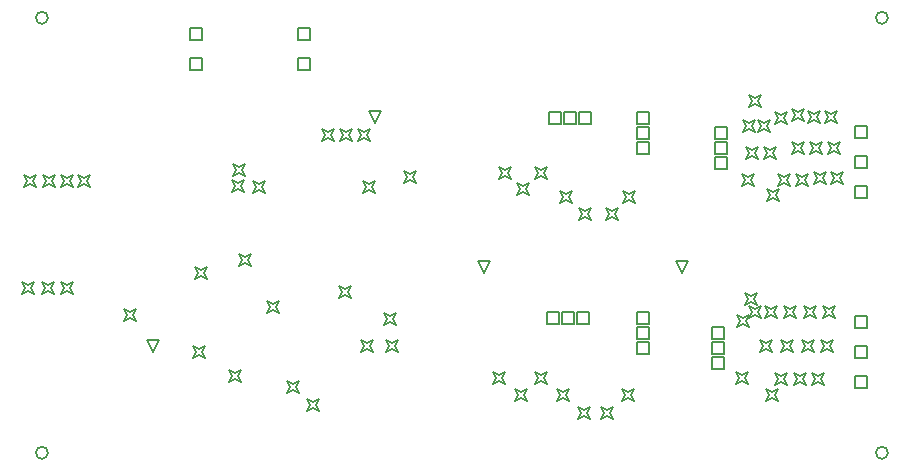
<source format=gbr>
%TF.GenerationSoftware,Altium Limited,Altium Designer,22.7.1 (60)*%
G04 Layer_Color=2752767*
%FSLAX45Y45*%
%MOMM*%
%TF.SameCoordinates,8DF05635-03F1-411C-9BC5-7CD19558B576*%
%TF.FilePolarity,Positive*%
%TF.FileFunction,Drawing*%
%TF.Part,Single*%
G01*
G75*
%TA.AperFunction,NonConductor*%
%ADD28C,0.12700*%
%ADD56C,0.16933*%
D28*
X9677400Y5461000D02*
Y5562600D01*
X9779000D01*
Y5461000D01*
X9677400D01*
Y5207000D02*
Y5308600D01*
X9779000D01*
Y5207000D01*
X9677400D01*
Y4953000D02*
Y5054600D01*
X9779000D01*
Y4953000D01*
X9677400D01*
Y3848100D02*
Y3949700D01*
X9779000D01*
Y3848100D01*
X9677400D01*
Y3594100D02*
Y3695700D01*
X9779000D01*
Y3594100D01*
X9677400D01*
Y3340100D02*
Y3441700D01*
X9779000D01*
Y3340100D01*
X9677400D01*
X8488826Y5194300D02*
Y5295900D01*
X8590426D01*
Y5194300D01*
X8488826D01*
Y5321300D02*
Y5422900D01*
X8590426D01*
Y5321300D01*
X8488826D01*
Y5448300D02*
Y5549900D01*
X8590426D01*
Y5448300D01*
X8488826D01*
X8470900Y3505200D02*
Y3606800D01*
X8572500D01*
Y3505200D01*
X8470900D01*
Y3632200D02*
Y3733800D01*
X8572500D01*
Y3632200D01*
X8470900D01*
Y3759200D02*
Y3860800D01*
X8572500D01*
Y3759200D01*
X8470900D01*
X7073900Y3886200D02*
Y3987800D01*
X7175500D01*
Y3886200D01*
X7073900D01*
X7200900D02*
Y3987800D01*
X7302500D01*
Y3886200D01*
X7200900D01*
X7327900D02*
Y3987800D01*
X7429500D01*
Y3886200D01*
X7327900D01*
X7835900Y3632200D02*
Y3733800D01*
X7937500D01*
Y3632200D01*
X7835900D01*
Y3759200D02*
Y3860800D01*
X7937500D01*
Y3759200D01*
X7835900D01*
Y3886200D02*
Y3987800D01*
X7937500D01*
Y3886200D01*
X7835900D01*
X7340600Y5575300D02*
Y5676900D01*
X7442200D01*
Y5575300D01*
X7340600D01*
X7213600D02*
Y5676900D01*
X7315200D01*
Y5575300D01*
X7213600D01*
X7086600D02*
Y5676900D01*
X7188200D01*
Y5575300D01*
X7086600D01*
X7835900Y5321300D02*
Y5422900D01*
X7937500D01*
Y5321300D01*
X7835900D01*
Y5448300D02*
Y5549900D01*
X7937500D01*
Y5448300D01*
X7835900D01*
Y5575300D02*
Y5676900D01*
X7937500D01*
Y5575300D01*
X7835900D01*
X4965700Y6032500D02*
Y6134100D01*
X5067300D01*
Y6032500D01*
X4965700D01*
Y6286500D02*
Y6388100D01*
X5067300D01*
Y6286500D01*
X4965700D01*
X4051300Y6032500D02*
Y6134100D01*
X4152900D01*
Y6032500D01*
X4051300D01*
Y6286500D02*
Y6388100D01*
X4152900D01*
Y6286500D01*
X4051300D01*
X3733800Y3644900D02*
X3683000Y3746500D01*
X3784600D01*
X3733800Y3644900D01*
X4465181Y4377060D02*
X4490581Y4427860D01*
X4465181Y4478660D01*
X4515981Y4453260D01*
X4566781Y4478660D01*
X4541381Y4427860D01*
X4566781Y4377060D01*
X4515981Y4402460D01*
X4465181Y4377060D01*
X4414381Y5139060D02*
X4439781Y5189860D01*
X4414381Y5240660D01*
X4465181Y5215260D01*
X4515981Y5240660D01*
X4490581Y5189860D01*
X4515981Y5139060D01*
X4465181Y5164460D01*
X4414381Y5139060D01*
X9474200Y5067300D02*
X9499600Y5118100D01*
X9474200Y5168900D01*
X9525000Y5143500D01*
X9575800Y5168900D01*
X9550400Y5118100D01*
X9575800Y5067300D01*
X9525000Y5092700D01*
X9474200Y5067300D01*
X8720060Y5055311D02*
X8745460Y5106111D01*
X8720060Y5156911D01*
X8770860Y5131511D01*
X8821660Y5156911D01*
X8796260Y5106111D01*
X8821660Y5055311D01*
X8770860Y5080711D01*
X8720060Y5055311D01*
X9334500Y5067300D02*
X9359900Y5118100D01*
X9334500Y5168900D01*
X9385300Y5143500D01*
X9436100Y5168900D01*
X9410700Y5118100D01*
X9436100Y5067300D01*
X9385300Y5092700D01*
X9334500Y5067300D01*
X9177260Y5055311D02*
X9202660Y5106111D01*
X9177260Y5156911D01*
X9228060Y5131511D01*
X9278860Y5156911D01*
X9253460Y5106111D01*
X9278860Y5055311D01*
X9228060Y5080711D01*
X9177260Y5055311D01*
X9024860D02*
X9050260Y5106111D01*
X9024860Y5156911D01*
X9075660Y5131511D01*
X9126460Y5156911D01*
X9101060Y5106111D01*
X9126460Y5055311D01*
X9075660Y5080711D01*
X9024860Y5055311D01*
X9448800Y5321300D02*
X9474200Y5372100D01*
X9448800Y5422900D01*
X9499600Y5397500D01*
X9550400Y5422900D01*
X9525000Y5372100D01*
X9550400Y5321300D01*
X9499600Y5346700D01*
X9448800Y5321300D01*
X9296400D02*
X9321800Y5372100D01*
X9296400Y5422900D01*
X9347200Y5397500D01*
X9398000Y5422900D01*
X9372600Y5372100D01*
X9398000Y5321300D01*
X9347200Y5346700D01*
X9296400Y5321300D01*
X9144000D02*
X9169400Y5372100D01*
X9144000Y5422900D01*
X9194800Y5397500D01*
X9245600Y5422900D01*
X9220200Y5372100D01*
X9245600Y5321300D01*
X9194800Y5346700D01*
X9144000Y5321300D01*
X8910560Y5283911D02*
X8935960Y5334711D01*
X8910560Y5385511D01*
X8961360Y5360111D01*
X9012160Y5385511D01*
X8986760Y5334711D01*
X9012160Y5283911D01*
X8961360Y5309311D01*
X8910560Y5283911D01*
X8758160D02*
X8783560Y5334711D01*
X8758160Y5385511D01*
X8808960Y5360111D01*
X8859760Y5385511D01*
X8834360Y5334711D01*
X8859760Y5283911D01*
X8808960Y5309311D01*
X8758160Y5283911D01*
X9423400Y5588000D02*
X9448800Y5638800D01*
X9423400Y5689600D01*
X9474200Y5664200D01*
X9525000Y5689600D01*
X9499600Y5638800D01*
X9525000Y5588000D01*
X9474200Y5613400D01*
X9423400Y5588000D01*
X9283700D02*
X9309100Y5638800D01*
X9283700Y5689600D01*
X9334500Y5664200D01*
X9385300Y5689600D01*
X9359900Y5638800D01*
X9385300Y5588000D01*
X9334500Y5613400D01*
X9283700Y5588000D01*
X9144000Y5600700D02*
X9169400Y5651500D01*
X9144000Y5702300D01*
X9194800Y5676900D01*
X9245600Y5702300D01*
X9220200Y5651500D01*
X9245600Y5600700D01*
X9194800Y5626100D01*
X9144000Y5600700D01*
X9004300Y5575300D02*
X9029700Y5626100D01*
X9004300Y5676900D01*
X9055100Y5651500D01*
X9105900Y5676900D01*
X9080500Y5626100D01*
X9105900Y5575300D01*
X9055100Y5600700D01*
X9004300Y5575300D01*
X8859760Y5512511D02*
X8885160Y5563311D01*
X8859760Y5614111D01*
X8910560Y5588711D01*
X8961360Y5614111D01*
X8935960Y5563311D01*
X8961360Y5512511D01*
X8910560Y5537911D01*
X8859760Y5512511D01*
X8732760D02*
X8758160Y5563311D01*
X8732760Y5614111D01*
X8783560Y5588711D01*
X8834360Y5614111D01*
X8808960Y5563311D01*
X8834360Y5512511D01*
X8783560Y5537911D01*
X8732760Y5512511D01*
X8669260Y3378911D02*
X8694660Y3429711D01*
X8669260Y3480511D01*
X8720060Y3455111D01*
X8770860Y3480511D01*
X8745460Y3429711D01*
X8770860Y3378911D01*
X8720060Y3404311D01*
X8669260Y3378911D01*
X8783560Y3937711D02*
X8808960Y3988511D01*
X8783560Y4039311D01*
X8834360Y4013911D01*
X8885160Y4039311D01*
X8859760Y3988511D01*
X8885160Y3937711D01*
X8834360Y3963111D01*
X8783560Y3937711D01*
X8681960Y3861511D02*
X8707360Y3912311D01*
X8681960Y3963111D01*
X8732760Y3937711D01*
X8783560Y3963111D01*
X8758160Y3912311D01*
X8783560Y3861511D01*
X8732760Y3886911D01*
X8681960Y3861511D01*
X9316960Y3366211D02*
X9342360Y3417011D01*
X9316960Y3467811D01*
X9367760Y3442411D01*
X9418560Y3467811D01*
X9393160Y3417011D01*
X9418560Y3366211D01*
X9367760Y3391611D01*
X9316960Y3366211D01*
X9164560D02*
X9189960Y3417011D01*
X9164560Y3467811D01*
X9215360Y3442411D01*
X9266160Y3467811D01*
X9240760Y3417011D01*
X9266160Y3366211D01*
X9215360Y3391611D01*
X9164560Y3366211D01*
X8999460D02*
X9024860Y3417011D01*
X8999460Y3467811D01*
X9050260Y3442411D01*
X9101060Y3467811D01*
X9075660Y3417011D01*
X9101060Y3366211D01*
X9050260Y3391611D01*
X8999460Y3366211D01*
X9245600Y3937000D02*
X9271000Y3987800D01*
X9245600Y4038600D01*
X9296400Y4013200D01*
X9347200Y4038600D01*
X9321800Y3987800D01*
X9347200Y3937000D01*
X9296400Y3962400D01*
X9245600Y3937000D01*
X9393160Y3645611D02*
X9418560Y3696411D01*
X9393160Y3747211D01*
X9443960Y3721811D01*
X9494760Y3747211D01*
X9469360Y3696411D01*
X9494760Y3645611D01*
X9443960Y3671011D01*
X9393160Y3645611D01*
X9228060D02*
X9253460Y3696411D01*
X9228060Y3747211D01*
X9278860Y3721811D01*
X9329660Y3747211D01*
X9304260Y3696411D01*
X9329660Y3645611D01*
X9278860Y3671011D01*
X9228060Y3645611D01*
X9050260D02*
X9075660Y3696411D01*
X9050260Y3747211D01*
X9101060Y3721811D01*
X9151860Y3747211D01*
X9126460Y3696411D01*
X9151860Y3645611D01*
X9101060Y3671011D01*
X9050260Y3645611D01*
X8872460D02*
X8897860Y3696411D01*
X8872460Y3747211D01*
X8923260Y3721811D01*
X8974060Y3747211D01*
X8948660Y3696411D01*
X8974060Y3645611D01*
X8923260Y3671011D01*
X8872460Y3645611D01*
X9410700Y3937000D02*
X9436100Y3987800D01*
X9410700Y4038600D01*
X9461500Y4013200D01*
X9512300Y4038600D01*
X9486900Y3987800D01*
X9512300Y3937000D01*
X9461500Y3962400D01*
X9410700Y3937000D01*
X9080500D02*
X9105900Y3987800D01*
X9080500Y4038600D01*
X9131300Y4013200D01*
X9182100Y4038600D01*
X9156700Y3987800D01*
X9182100Y3937000D01*
X9131300Y3962400D01*
X9080500Y3937000D01*
X3492800Y3911600D02*
X3518200Y3962400D01*
X3492800Y4013200D01*
X3543600Y3987800D01*
X3594400Y4013200D01*
X3569000Y3962400D01*
X3594400Y3911600D01*
X3543600Y3937000D01*
X3492800Y3911600D01*
X8783644Y5725496D02*
X8809044Y5776296D01*
X8783644Y5827096D01*
X8834444Y5801696D01*
X8885244Y5827096D01*
X8859844Y5776296D01*
X8885244Y5725496D01*
X8834444Y5750896D01*
X8783644Y5725496D01*
X6967544Y3375996D02*
X6992944Y3426796D01*
X6967544Y3477596D01*
X7018344Y3452196D01*
X7069144Y3477596D01*
X7043744Y3426796D01*
X7069144Y3375996D01*
X7018344Y3401396D01*
X6967544Y3375996D01*
X6611944D02*
X6637344Y3426796D01*
X6611944Y3477596D01*
X6662744Y3452196D01*
X6713544Y3477596D01*
X6688144Y3426796D01*
X6713544Y3375996D01*
X6662744Y3401396D01*
X6611944Y3375996D01*
X6802444Y3236296D02*
X6827844Y3287096D01*
X6802444Y3337896D01*
X6853244Y3312496D01*
X6904044Y3337896D01*
X6878644Y3287096D01*
X6904044Y3236296D01*
X6853244Y3261696D01*
X6802444Y3236296D01*
X7704144D02*
X7729544Y3287096D01*
X7704144Y3337896D01*
X7754944Y3312496D01*
X7805744Y3337896D01*
X7780344Y3287096D01*
X7805744Y3236296D01*
X7754944Y3261696D01*
X7704144Y3236296D01*
X7158044D02*
X7183444Y3287096D01*
X7158044Y3337896D01*
X7208844Y3312496D01*
X7259644Y3337896D01*
X7234244Y3287096D01*
X7259644Y3236296D01*
X7208844Y3261696D01*
X7158044Y3236296D01*
X7335844Y3083896D02*
X7361244Y3134696D01*
X7335844Y3185496D01*
X7386644Y3160096D01*
X7437444Y3185496D01*
X7412044Y3134696D01*
X7437444Y3083896D01*
X7386644Y3109296D01*
X7335844Y3083896D01*
X7526344D02*
X7551744Y3134696D01*
X7526344Y3185496D01*
X7577144Y3160096D01*
X7627944Y3185496D01*
X7602544Y3134696D01*
X7627944Y3083896D01*
X7577144Y3109296D01*
X7526344Y3083896D01*
X8923344Y3236296D02*
X8948744Y3287096D01*
X8923344Y3337896D01*
X8974144Y3312496D01*
X9024944Y3337896D01*
X8999544Y3287096D01*
X9024944Y3236296D01*
X8974144Y3261696D01*
X8923344Y3236296D01*
X8745544Y4049096D02*
X8770944Y4099896D01*
X8745544Y4150696D01*
X8796344Y4125296D01*
X8847144Y4150696D01*
X8821744Y4099896D01*
X8847144Y4049096D01*
X8796344Y4074496D01*
X8745544Y4049096D01*
X8915400Y3937000D02*
X8940800Y3987800D01*
X8915400Y4038600D01*
X8966200Y4013200D01*
X9017000Y4038600D01*
X8991600Y3987800D01*
X9017000Y3937000D01*
X8966200Y3962400D01*
X8915400Y3937000D01*
X8936044Y4925396D02*
X8961444Y4976196D01*
X8936044Y5026996D01*
X8986844Y5001596D01*
X9037644Y5026996D01*
X9012244Y4976196D01*
X9037644Y4925396D01*
X8986844Y4950796D01*
X8936044Y4925396D01*
X7340600Y4762500D02*
X7366000Y4813300D01*
X7340600Y4864100D01*
X7391400Y4838700D01*
X7442200Y4864100D01*
X7416800Y4813300D01*
X7442200Y4762500D01*
X7391400Y4787900D01*
X7340600Y4762500D01*
X7569200D02*
X7594600Y4813300D01*
X7569200Y4864100D01*
X7620000Y4838700D01*
X7670800Y4864100D01*
X7645400Y4813300D01*
X7670800Y4762500D01*
X7620000Y4787900D01*
X7569200Y4762500D01*
X7716844Y4912696D02*
X7742244Y4963496D01*
X7716844Y5014296D01*
X7767644Y4988896D01*
X7818444Y5014296D01*
X7793044Y4963496D01*
X7818444Y4912696D01*
X7767644Y4938096D01*
X7716844Y4912696D01*
X7183444D02*
X7208844Y4963496D01*
X7183444Y5014296D01*
X7234244Y4988896D01*
X7285044Y5014296D01*
X7259644Y4963496D01*
X7285044Y4912696D01*
X7234244Y4938096D01*
X7183444Y4912696D01*
X6967544Y5115896D02*
X6992944Y5166696D01*
X6967544Y5217496D01*
X7018344Y5192096D01*
X7069144Y5217496D01*
X7043744Y5166696D01*
X7069144Y5115896D01*
X7018344Y5141296D01*
X6967544Y5115896D01*
X6815144Y4976196D02*
X6840544Y5026996D01*
X6815144Y5077796D01*
X6865944Y5052396D01*
X6916744Y5077796D01*
X6891344Y5026996D01*
X6916744Y4976196D01*
X6865944Y5001596D01*
X6815144Y4976196D01*
X6662744Y5115896D02*
X6688144Y5166696D01*
X6662744Y5217496D01*
X6713544Y5192096D01*
X6764344Y5217496D01*
X6738944Y5166696D01*
X6764344Y5115896D01*
X6713544Y5141296D01*
X6662744Y5115896D01*
X5169200Y5435600D02*
X5194600Y5486400D01*
X5169200Y5537200D01*
X5220000Y5511800D01*
X5270800Y5537200D01*
X5245400Y5486400D01*
X5270800Y5435600D01*
X5220000Y5461000D01*
X5169200Y5435600D01*
X5465831Y5436133D02*
X5491231Y5486933D01*
X5465831Y5537733D01*
X5516631Y5512333D01*
X5567431Y5537733D01*
X5542031Y5486933D01*
X5567431Y5436133D01*
X5516631Y5461533D01*
X5465831Y5436133D01*
X5313431D02*
X5338831Y5486933D01*
X5313431Y5537733D01*
X5364231Y5512333D01*
X5415031Y5537733D01*
X5389631Y5486933D01*
X5415031Y5436133D01*
X5364231Y5461533D01*
X5313431Y5436133D01*
X4406900Y5003800D02*
X4432300Y5054600D01*
X4406900Y5105400D01*
X4457700Y5080000D01*
X4508500Y5105400D01*
X4483100Y5054600D01*
X4508500Y5003800D01*
X4457700Y5029200D01*
X4406900Y5003800D01*
X4584700Y4991100D02*
X4610100Y5041900D01*
X4584700Y5092700D01*
X4635500Y5067300D01*
X4686300Y5092700D01*
X4660900Y5041900D01*
X4686300Y4991100D01*
X4635500Y5016500D01*
X4584700Y4991100D01*
X5859531Y5080533D02*
X5884931Y5131333D01*
X5859531Y5182133D01*
X5910331Y5156733D01*
X5961131Y5182133D01*
X5935731Y5131333D01*
X5961131Y5080533D01*
X5910331Y5105933D01*
X5859531Y5080533D01*
X5313131Y4102633D02*
X5338531Y4153433D01*
X5313131Y4204233D01*
X5363931Y4178833D01*
X5414731Y4204233D01*
X5389331Y4153433D01*
X5414731Y4102633D01*
X5363931Y4128033D01*
X5313131Y4102633D01*
X5706831Y3645433D02*
X5732231Y3696233D01*
X5706831Y3747033D01*
X5757631Y3721633D01*
X5808431Y3747033D01*
X5783031Y3696233D01*
X5808431Y3645433D01*
X5757631Y3670833D01*
X5706831Y3645433D01*
X5689300Y3873500D02*
X5714700Y3924300D01*
X5689300Y3975100D01*
X5740100Y3949700D01*
X5790900Y3975100D01*
X5765500Y3924300D01*
X5790900Y3873500D01*
X5740100Y3898900D01*
X5689300Y3873500D01*
X4868631Y3302533D02*
X4894031Y3353333D01*
X4868631Y3404133D01*
X4919431Y3378733D01*
X4970231Y3404133D01*
X4944831Y3353333D01*
X4970231Y3302533D01*
X4919431Y3327933D01*
X4868631Y3302533D01*
X5041900Y3149600D02*
X5067300Y3200400D01*
X5041900Y3251200D01*
X5092700Y3225800D01*
X5143500Y3251200D01*
X5118100Y3200400D01*
X5143500Y3149600D01*
X5092700Y3175000D01*
X5041900Y3149600D01*
X4373631Y3391433D02*
X4399031Y3442233D01*
X4373631Y3493033D01*
X4424431Y3467633D01*
X4475231Y3493033D01*
X4449831Y3442233D01*
X4475231Y3391433D01*
X4424431Y3416833D01*
X4373631Y3391433D01*
X3098800Y5041900D02*
X3124200Y5092700D01*
X3098800Y5143500D01*
X3149600Y5118100D01*
X3200400Y5143500D01*
X3175000Y5092700D01*
X3200400Y5041900D01*
X3149600Y5067300D01*
X3098800Y5041900D01*
X2628900Y4140200D02*
X2654300Y4191000D01*
X2628900Y4241800D01*
X2679700Y4216400D01*
X2730500Y4241800D01*
X2705100Y4191000D01*
X2730500Y4140200D01*
X2679700Y4165600D01*
X2628900Y4140200D01*
X2794000D02*
X2819400Y4191000D01*
X2794000Y4241800D01*
X2844800Y4216400D01*
X2895600Y4241800D01*
X2870200Y4191000D01*
X2895600Y4140200D01*
X2844800Y4165600D01*
X2794000Y4140200D01*
X2959100D02*
X2984500Y4191000D01*
X2959100Y4241800D01*
X3009900Y4216400D01*
X3060700Y4241800D01*
X3035300Y4191000D01*
X3060700Y4140200D01*
X3009900Y4165600D01*
X2959100Y4140200D01*
Y5041900D02*
X2984500Y5092700D01*
X2959100Y5143500D01*
X3009900Y5118100D01*
X3060700Y5143500D01*
X3035300Y5092700D01*
X3060700Y5041900D01*
X3009900Y5067300D01*
X2959100Y5041900D01*
X2806700D02*
X2832100Y5092700D01*
X2806700Y5143500D01*
X2857500Y5118100D01*
X2908300Y5143500D01*
X2882900Y5092700D01*
X2908300Y5041900D01*
X2857500Y5067300D01*
X2806700Y5041900D01*
X2641600D02*
X2667000Y5092700D01*
X2641600Y5143500D01*
X2692400Y5118100D01*
X2743200Y5143500D01*
X2717800Y5092700D01*
X2743200Y5041900D01*
X2692400Y5067300D01*
X2641600Y5041900D01*
X5512100Y4991100D02*
X5537500Y5041900D01*
X5512100Y5092700D01*
X5562900Y5067300D01*
X5613700Y5092700D01*
X5588300Y5041900D01*
X5613700Y4991100D01*
X5562900Y5016500D01*
X5512100Y4991100D01*
X5613700Y5588000D02*
X5562900Y5689600D01*
X5664500D01*
X5613700Y5588000D01*
X4077000Y3594100D02*
X4102400Y3644900D01*
X4077000Y3695700D01*
X4127800Y3670300D01*
X4178600Y3695700D01*
X4153200Y3644900D01*
X4178600Y3594100D01*
X4127800Y3619500D01*
X4077000Y3594100D01*
X4699000Y3975100D02*
X4724400Y4025900D01*
X4699000Y4076700D01*
X4749800Y4051300D01*
X4800600Y4076700D01*
X4775200Y4025900D01*
X4800600Y3975100D01*
X4749800Y4000500D01*
X4699000Y3975100D01*
X5499100Y3644900D02*
X5524500Y3695700D01*
X5499100Y3746500D01*
X5549900Y3721100D01*
X5600700Y3746500D01*
X5575300Y3695700D01*
X5600700Y3644900D01*
X5549900Y3670300D01*
X5499100Y3644900D01*
X4089700Y4268470D02*
X4115100Y4319270D01*
X4089700Y4370070D01*
X4140500Y4344670D01*
X4191300Y4370070D01*
X4165900Y4319270D01*
X4191300Y4268470D01*
X4140500Y4293870D01*
X4089700Y4268470D01*
X6540500Y4318000D02*
X6489700Y4419600D01*
X6591300D01*
X6540500Y4318000D01*
X8216900D02*
X8166100Y4419600D01*
X8267700D01*
X8216900Y4318000D01*
D56*
X2844800Y6477000D02*
G03*
X2844800Y6477000I-50800J0D01*
G01*
Y2794000D02*
G03*
X2844800Y2794000I-50800J0D01*
G01*
X9956800D02*
G03*
X9956800Y2794000I-50800J0D01*
G01*
Y6477000D02*
G03*
X9956800Y6477000I-50800J0D01*
G01*
%TF.MD5,240ed367287ea9e7c15936d5187c5bd6*%
M02*

</source>
